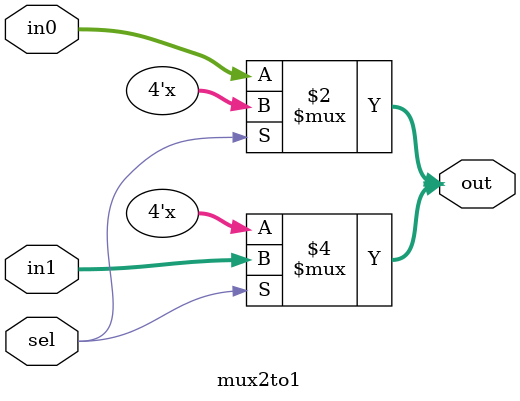
<source format=v>
module mux2to1 #(parameter w = 4) (in0, in1, sel, out);
  input [w-1 : 0] in0;
  wire [w-1 : 0] in0;
  input [w-1 : 0] in1;
  wire [w-1 : 0] in1;
  input sel;
  wire sel;
  output [w-1 : 0] out;
  wire [w-1 : 0] out;
  
  assign out = (sel == 1'b0 ? in0 : {w{1'bz}});
  assign out = (sel == 1'b1 ? in1 : {w{1'bz}});
  
endmodule
</source>
